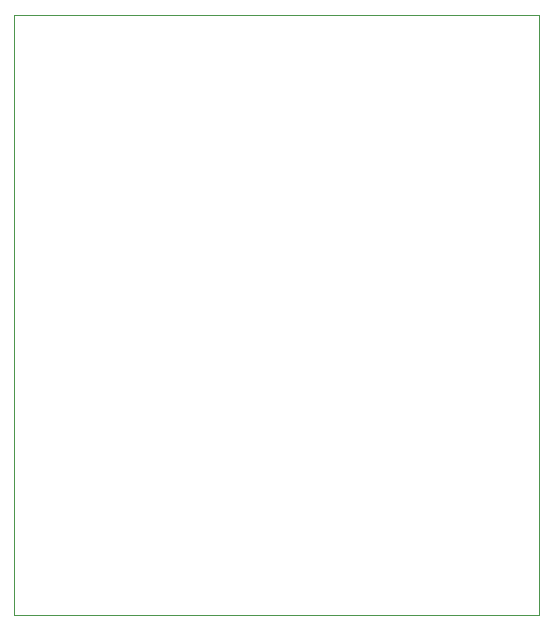
<source format=gbr>
G04 #@! TF.FileFunction,Profile,NP*
%FSLAX46Y46*%
G04 Gerber Fmt 4.6, Leading zero omitted, Abs format (unit mm)*
G04 Created by KiCad (PCBNEW (2015-05-26 BZR 5684)-product) date Thu 13 Aug 2015 05:18:35 PM PDT*
%MOMM*%
G01*
G04 APERTURE LIST*
%ADD10C,0.100000*%
G04 APERTURE END LIST*
D10*
X127000000Y-127000000D02*
X127000000Y-76200000D01*
X171450000Y-127000000D02*
X127000000Y-127000000D01*
X171450000Y-76200000D02*
X171450000Y-127000000D01*
X127000000Y-76200000D02*
X171450000Y-76200000D01*
M02*

</source>
